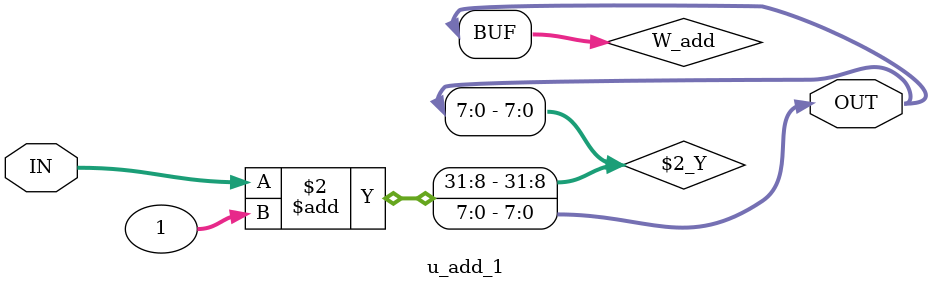
<source format=v>
module u_add_1(
  IN  ,
  OUT );

parameter WL  = 8       ;

input  [WL -1:0] IN ;
output [WL -1:0] OUT;

reg    [WL-1:0] W_add;

always @ (IN) begin
  W_add = IN + 1;
end

assign OUT = W_add;

endmodule


</source>
